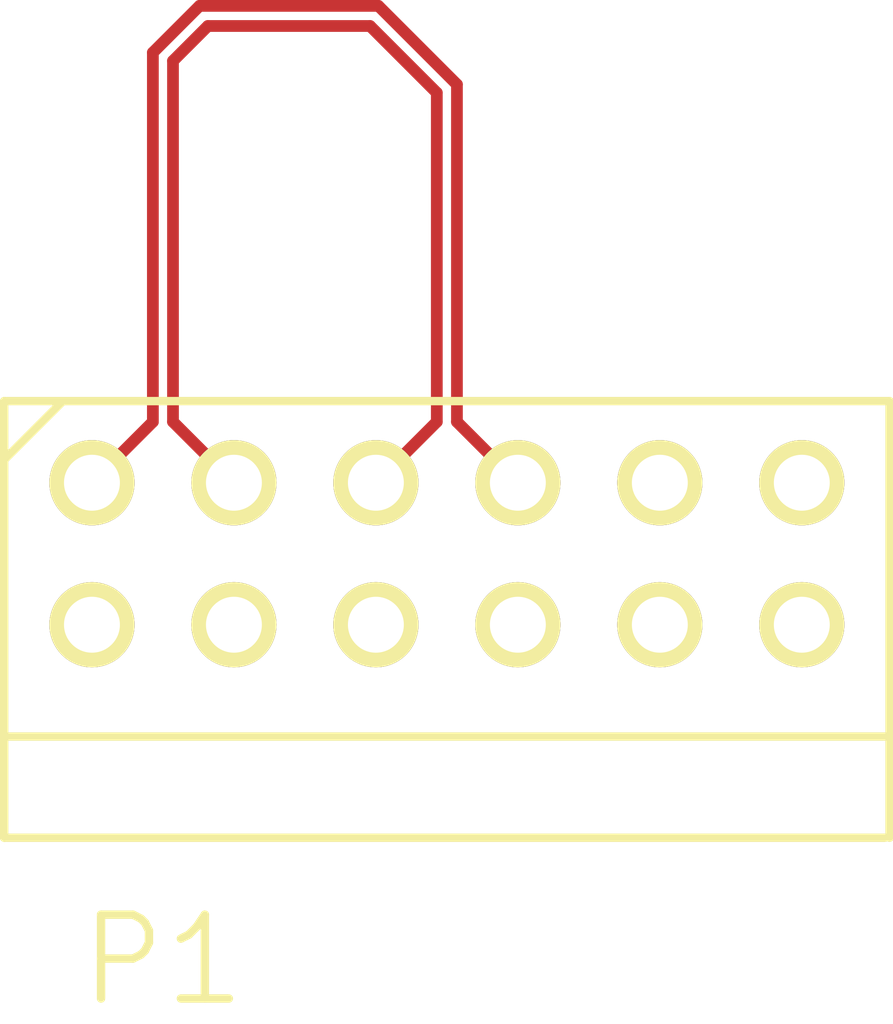
<source format=kicad_pcb>
(kicad_pcb (version 20170123) (host pcbnew "(2017-03-12 revision 28a6ca1)-master")

  (general
    (links 2)
    (no_connects 2)
    (area 66.679999 75.489999 82.920001 94.1975)
    (thickness 1.6)
    (drawings 0)
    (tracks 14)
    (zones 0)
    (modules 1)
    (nets 11)
  )

  (page A4)
  (layers
    (0 F.Cu signal)
    (31 B.Cu signal)
    (32 B.Adhes user)
    (33 F.Adhes user)
    (34 B.Paste user)
    (35 F.Paste user)
    (36 B.SilkS user)
    (37 F.SilkS user)
    (38 B.Mask user)
    (39 F.Mask user)
    (40 Dwgs.User user)
    (41 Cmts.User user)
    (42 Eco1.User user)
    (43 Eco2.User user)
    (44 Edge.Cuts user)
    (45 Margin user)
    (46 B.CrtYd user)
    (47 F.CrtYd user)
    (48 B.Fab user)
    (49 F.Fab user)
  )

  (setup
    (last_trace_width 0.25)
    (trace_clearance 0.125)
    (zone_clearance 0.508)
    (zone_45_only no)
    (trace_min 0.2)
    (segment_width 0.2)
    (edge_width 0.15)
    (via_size 0.8)
    (via_drill 0.4)
    (via_min_size 0.4)
    (via_min_drill 0.3)
    (uvia_size 0.3)
    (uvia_drill 0.1)
    (uvias_allowed no)
    (uvia_min_size 0.2)
    (uvia_min_drill 0.1)
    (pcb_text_width 0.3)
    (pcb_text_size 1.5 1.5)
    (mod_edge_width 0.15)
    (mod_text_size 1 1)
    (mod_text_width 0.15)
    (pad_size 1.524 1.524)
    (pad_drill 0.762)
    (pad_to_mask_clearance 0.2)
    (aux_axis_origin 0 0)
    (visible_elements FFFFFF7F)
    (pcbplotparams
      (layerselection 0x00030_ffffffff)
      (usegerberextensions false)
      (excludeedgelayer true)
      (linewidth 0.100000)
      (plotframeref false)
      (viasonmask false)
      (mode 1)
      (useauxorigin false)
      (hpglpennumber 1)
      (hpglpenspeed 20)
      (hpglpendiameter 15)
      (psnegative false)
      (psa4output false)
      (plotreference true)
      (plotvalue true)
      (plotinvisibletext false)
      (padsonsilk false)
      (subtractmaskfromsilk false)
      (outputformat 1)
      (mirror false)
      (drillshape 1)
      (scaleselection 1)
      (outputdirectory ""))
  )

  (net 0 "")
  (net 1 /FOO_N)
  (net 2 "Net-(P1-Pad9)")
  (net 3 /FOO_P)
  (net 4 "Net-(P1-Pad5)")
  (net 5 "Net-(P1-Pad6)")
  (net 6 "Net-(P1-Pad12)")
  (net 7 "Net-(P1-Pad11)")
  (net 8 "Net-(P1-Pad10)")
  (net 9 "Net-(P1-Pad7)")
  (net 10 "Net-(P1-Pad8)")

  (net_class Default "This is the default net class."
    (clearance 0.125)
    (trace_width 0.25)
    (via_dia 0.8)
    (via_drill 0.4)
    (uvia_dia 0.3)
    (uvia_drill 0.1)
    (add_net /FOO_N)
    (add_net /FOO_P)
    (add_net "Net-(P1-Pad10)")
    (add_net "Net-(P1-Pad11)")
    (add_net "Net-(P1-Pad12)")
    (add_net "Net-(P1-Pad5)")
    (add_net "Net-(P1-Pad6)")
    (add_net "Net-(P1-Pad7)")
    (add_net "Net-(P1-Pad8)")
    (add_net "Net-(P1-Pad9)")
  )

  (module azonenberg_pcb:CONN_HEADER_2.54MM_2x6_RA_PMOD_MODULE (layer F.Cu) (tedit 58C5FEED) (tstamp 58C878C1)
    (at 74.8 85.52)
    (path /58C8788E)
    (fp_text reference P1 (at -5.08 7.27) (layer F.SilkS)
      (effects (font (size 1.5 1.5) (thickness 0.15)))
    )
    (fp_text value CONN_6X2 (at -1.27 -3.81) (layer F.Fab)
      (effects (font (size 1.5 1.5) (thickness 0.15)))
    )
    (fp_line (start -7.92 3.27) (end 7.84 3.27) (layer F.SilkS) (width 0.15))
    (fp_line (start -7.92 5.08) (end 7.84 5.08) (layer F.SilkS) (width 0.15))
    (fp_line (start 7.92 5.08) (end 7.92 -2.73) (layer F.SilkS) (width 0.15))
    (fp_line (start 7.92 -2.73) (end -7.92 -2.73) (layer F.SilkS) (width 0.15))
    (fp_line (start -7.92 -2.73) (end -7.92 5.08) (layer F.SilkS) (width 0.15))
    (fp_line (start -6.9 -2.7) (end -7.9 -1.7) (layer F.SilkS) (width 0.15))
    (fp_text user "-- PCB EDGE --" (at 0.1 5) (layer Dwgs.User)
      (effects (font (size 1 1) (thickness 0.1)))
    )
    (pad 3 thru_hole circle (at -1.27 -1.27) (size 1.524 1.524) (drill 1) (layers *.Cu *.Mask F.SilkS)
      (net 3 /FOO_P))
    (pad 9 thru_hole circle (at -1.27 1.27) (size 1.524 1.524) (drill 1) (layers *.Cu *.Mask F.SilkS)
      (net 2 "Net-(P1-Pad9)"))
    (pad 4 thru_hole circle (at 1.27 -1.27) (size 1.524 1.524) (drill 1) (layers *.Cu *.Mask F.SilkS)
      (net 1 /FOO_N))
    (pad 5 thru_hole circle (at 3.81 -1.27) (size 1.524 1.524) (drill 1) (layers *.Cu *.Mask F.SilkS)
      (net 4 "Net-(P1-Pad5)"))
    (pad 6 thru_hole circle (at 6.35 -1.27) (size 1.524 1.524) (drill 1) (layers *.Cu *.Mask F.SilkS)
      (net 5 "Net-(P1-Pad6)"))
    (pad 12 thru_hole circle (at 6.35 1.27) (size 1.524 1.524) (drill 1) (layers *.Cu *.Mask F.SilkS)
      (net 6 "Net-(P1-Pad12)"))
    (pad 11 thru_hole circle (at 3.81 1.27) (size 1.524 1.524) (drill 1) (layers *.Cu *.Mask F.SilkS)
      (net 7 "Net-(P1-Pad11)"))
    (pad 10 thru_hole circle (at 1.27 1.27) (size 1.524 1.524) (drill 1) (layers *.Cu *.Mask F.SilkS)
      (net 8 "Net-(P1-Pad10)"))
    (pad 7 thru_hole circle (at -6.35 1.27) (size 1.524 1.524) (drill 1) (layers *.Cu *.Mask F.SilkS)
      (net 9 "Net-(P1-Pad7)"))
    (pad 8 thru_hole circle (at -3.81 1.27) (size 1.524 1.524) (drill 1) (layers *.Cu *.Mask F.SilkS)
      (net 10 "Net-(P1-Pad8)"))
    (pad 2 thru_hole circle (at -3.81 -1.27) (size 1.524 1.524) (drill 1) (layers *.Cu *.Mask F.SilkS)
      (net 3 /FOO_P))
    (pad 1 thru_hole circle (at -6.35 -1.27) (size 1.524 1.524) (drill 1) (layers *.Cu *.Mask F.SilkS)
      (net 1 /FOO_N))
    (model /nfs4/home/azonenberg/kicad-libs/3rdparty/walter/pin_strip/pin_strip_6x2-90.wrl
      (at (xyz 0 0 0))
      (scale (xyz 1 1 1))
      (rotate (xyz 0 0 0))
    )
  )

  (segment (start 73.57456 75.72) (end 74.98 77.12544) (width 0.21) (layer F.Cu) (net 1))
  (segment (start 74.98 77.12544) (end 74.98 83.16) (width 0.21) (layer F.Cu) (net 1))
  (segment (start 74.98 83.16) (end 76.07 84.25) (width 0.21) (layer F.Cu) (net 1))
  (segment (start 70.37544 75.72) (end 73.57456 75.72) (width 0.21) (layer F.Cu) (net 1))
  (segment (start 69.54 76.55544) (end 70.37544 75.72) (width 0.21) (layer F.Cu) (net 1))
  (segment (start 68.45 84.25) (end 69.54 83.16) (width 0.21) (layer F.Cu) (net 1))
  (segment (start 69.54 83.16) (end 69.54 76.55544) (width 0.21) (layer F.Cu) (net 1))
  (segment (start 73.42544 76.08) (end 74.62 77.27456) (width 0.21) (layer F.Cu) (net 3))
  (segment (start 74.62 77.27456) (end 74.62 83.16) (width 0.21) (layer F.Cu) (net 3))
  (segment (start 74.62 83.16) (end 73.53 84.25) (width 0.21) (layer F.Cu) (net 3))
  (segment (start 70.52456 76.08) (end 73.42544 76.08) (width 0.21) (layer F.Cu) (net 3))
  (segment (start 69.9 76.70456) (end 70.52456 76.08) (width 0.21) (layer F.Cu) (net 3))
  (segment (start 70.99 84.25) (end 69.9 83.16) (width 0.21) (layer F.Cu) (net 3))
  (segment (start 69.9 83.16) (end 69.9 76.70456) (width 0.21) (layer F.Cu) (net 3))

)

</source>
